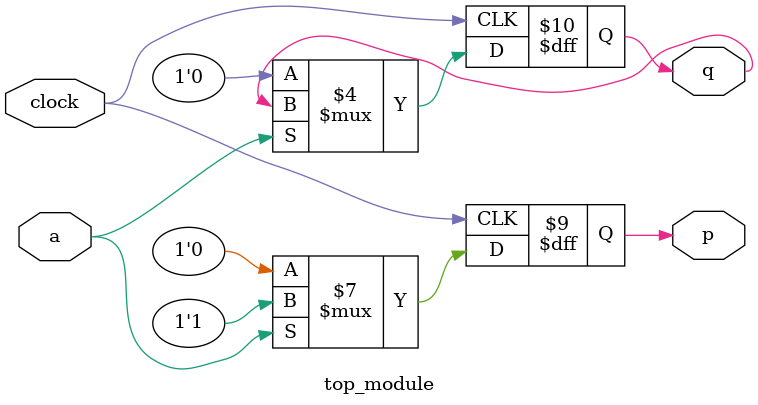
<source format=sv>
module top_module (
    input clock,
    input a, 
    output reg p,
    output reg q
);

always @(posedge clock) begin
    if (a == 0) begin
        p <= 0;
        q <= 0;
    end
    else begin
        p <= 1;
        q <= q;
    end
end

endmodule

</source>
